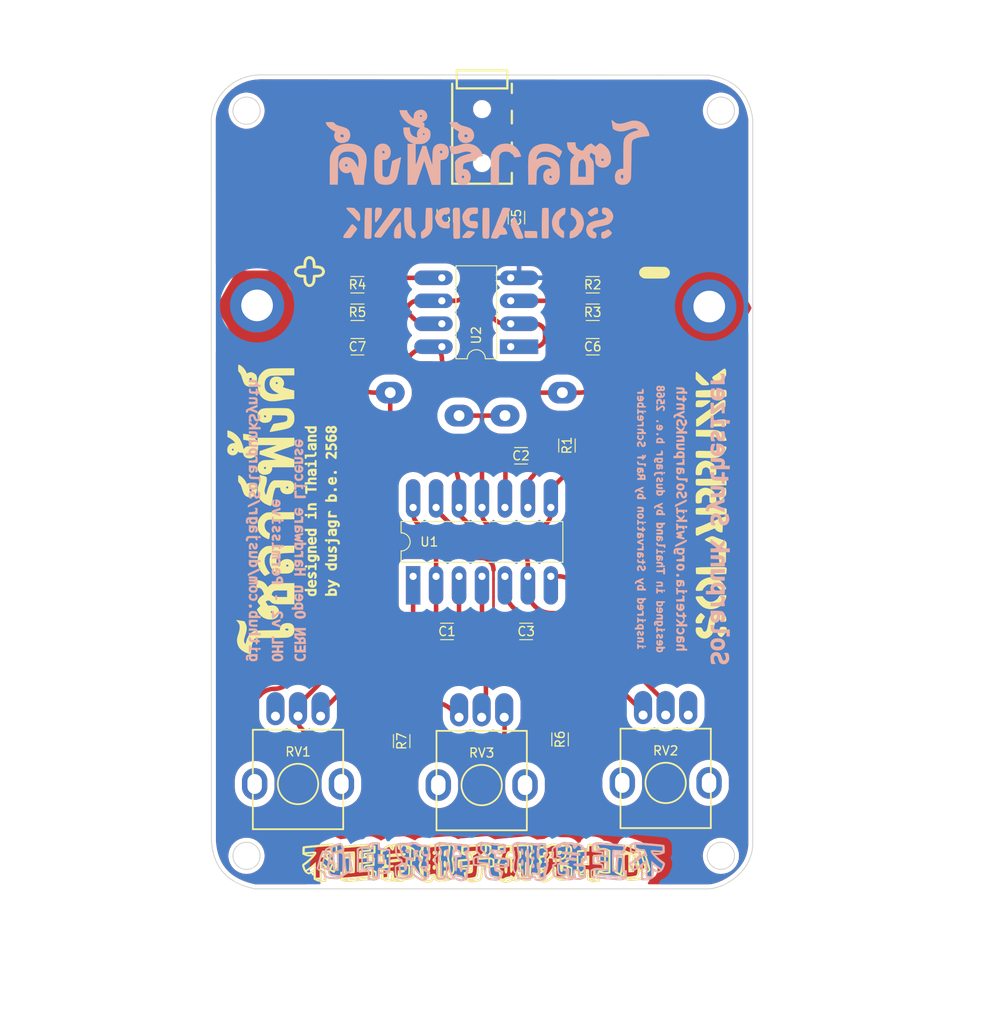
<source format=kicad_pcb>
(kicad_pcb (version 20240108) (generator "pcbnew") (generator_version "8.0")
  (layers (0 "F.Cu" signal) (31 "B.Cu" signal) (34 "B.Paste" user) (35 "F.Paste" user) (36 "B.SilkS" user "B.Silkscreen") (37 "F.SilkS" user "F.Silkscreen") (38 "B.Mask" user) (39 "F.Mask" user) (44 "Edge.Cuts" user))
  (net 0 "")
  (net 1 "Net-(C1-Pad2)")
  (net 2 "Net-(Pad1-Pin_1)")
  (net 3 "Net-(C2-Pad2)")
  (net 4 "Net-(C2-Pad1)")
  (net 5 "Net-(C3-Pad2)")
  (net 6 "Net-(Pad3-Pin_1)")
  (net 7 "GND")
  (net 9 "VCC")
  (net 10 "Net-(Pad2-Pin_1)")
  (net 11 "Net-(RV1-Pad2)")
  (net 12 "Net-(RV2-Pad2)")
  (net 14 "Net-(U2B--)")
  (net 15 "Net-(C4-Pad2)")
  (net 16 "Net-(U2A--)")
  (net 17 "Net-(C5-Pad2)")
  (net 18 "Right")
  (net 19 "Left")
  (net 20 "Net-(R7-Pad1)")
  (net 21 "Net-(U1G-GND)")
  (net 22 "Net-(U1G-VCC)")
  (footprint "007_dusjagr:R_1206_noGND" (layer "F.Cu") (at 103.055 55.88 180)
    (property "Reference" "R5")
    (property "Value" "1M")
  )
  (footprint "007_dusjagr:R_1206_noGND" (layer "F.Cu") (at 103.055 52.832)
    (property "Reference" "R4")
    (property "Value" "1M")
  )
  (footprint "007_dusjagr:R_1206_noGND" (layer "F.Cu") (at 129.09 52.832 180)
    (property "Reference" "R2")
    (property "Value" "1M")
  )
  (footprint "007_dusjagr:SolarPad_VCC" (layer "F.Cu") (at 141.986 55.245)
    (property "Reference" "J3" (hide yes))
    (property "Value" "Conn_01x01_Pin")
  )
  (footprint "007_dusjagr:SolderPad_small" (layer "F.Cu") (at 106.68 64.77)
    (property "Reference" "Pad1" (hide yes))
    (property "Value" "SP +")
  )
  (footprint "007_dusjagr:graphix_digilog" (layer "F.Cu") (at 117.031492 74.58795)
    (property "Reference" "Ref**" (hide yes))
    (property "Value" "Val**" (hide yes))
    (fp_line (start -27.75759 -41.00954) (end -27.74981 -41.16365) (stroke (width 0.1)) (layer "Edge.Cuts"))
    (fp_line (start -27.75759 41.4188) (end -27.74981 41.2647) (stroke (width 0.1)) (layer "Edge.Cuts"))
    (fp_line (start -27.74981 -41.16365) (end -27.72697 -41.31331) (stroke (width 0.1)) (layer "Edge.Cuts"))
    (fp_line (start -27.74981 -40.85543) (end -27.75759 -41.00954) (stroke (width 0.1)) (layer "Edge.Cuts"))
    (fp_line (start -27.74981 41.2647) (end -27.72697 41.115) (stroke (width 0.1)) (layer "Edge.Cuts"))
    (fp_line (start -27.74981 41.5729) (end -27.75759 41.4188) (stroke (width 0.1)) (layer "Edge.Cuts"))
    (fp_line (start -27.72697 -41.31331) (end -27.63914 -41.59623) (stroke (width 0.1)) (layer "Edge.Cuts"))
    (fp_line (start -27.72697 -40.70578) (end -27.74981 -40.85543) (stroke (width 0.1)) (layer "Edge.Cuts"))
    (fp_line (start -27.72697 41.115) (end -27.63914 40.8321) (stroke (width 0.1)) (layer "Edge.Cuts"))
    (fp_line (start -27.72697 41.7225) (end -27.74981 41.5729) (stroke (width 0.1)) (layer "Edge.Cuts"))
    (fp_line (start -27.63914 -41.59623) (end -27.50017 -41.85226) (stroke (width 0.1)) (layer "Edge.Cuts"))
    (fp_line (start -27.63914 -40.42285) (end -27.72697 -40.70578) (stroke (width 0.1)) (layer "Edge.Cuts"))
    (fp_line (start -27.63914 40.8321) (end -27.50017 40.576) (stroke (width 0.1)) (layer "Edge.Cuts"))
    (fp_line (start -27.63914 42.0055) (end -27.72697 41.7225) (stroke (width 0.1)) (layer "Edge.Cuts"))
    (fp_line (start -27.50017 -41.85226) (end -27.31612 -42.07533) (stroke (width 0.1)) (layer "Edge.Cuts"))
    (fp_line (start -27.50017 -40.16682) (end -27.63914 -40.42285) (stroke (width 0.1)) (layer "Edge.Cuts"))
    (fp_line (start -27.50017 40.576) (end -27.31612 40.353) (stroke (width 0.1)) (layer "Edge.Cuts"))
    (fp_line (start -27.50017 42.2615) (end -27.63914 42.0055) (stroke (width 0.1)) (layer "Edge.Cuts"))
    (fp_line (start -27.31612 -42.07533) (end -27.09305 -42.25938) (stroke (width 0.1)) (layer "Edge.Cuts"))
    (fp_line (start -27.31612 -39.94375) (end -27.50017 -40.16682) (stroke (width 0.1)) (layer "Edge.Cuts"))
    (fp_line (start -27.31612 40.353) (end -27.09305 40.1689) (stroke (width 0.1)) (layer "Edge.Cuts"))
    (fp_line (start -27.31612 42.4846) (end -27.50017 42.2615) (stroke (width 0.1)) (layer "Edge.Cuts"))
    (fp_line (start -27.09305 -42.25938) (end -26.83702 -42.39835) (stroke (width 0.1)) (layer "Edge.Cuts"))
    (fp_line (start -27.09305 -39.7597) (end -27.31612 -39.94375) (stroke (width 0.1)) (layer "Edge.Cuts"))
    (fp_line (start -27.09305 40.1689) (end -26.83702 40.03) (stroke (width 0.1)) (layer "Edge.Cuts"))
    (fp_line (start -27.09305 42.6686) (end -27.31612 42.4846) (stroke (width 0.1)) (layer "Edge.Cuts"))
    (fp_line (start -26.83702 -42.39835) (end -26.5541 -42.48617) (stroke (width 0.1)) (layer "Edge.Cuts"))
    (fp_line (start -26.83702 -39.62073) (end -27.09305 -39.7597) (stroke (width 0.1)) (layer "Edge.Cuts"))
    (fp_line (start -26.83702 40.03) (end -26.5541 39.9421) (stroke (width 0.1)) (layer "Edge.Cuts"))
    (fp_line (start -26.83702 42.8076) (end -27.09305 42.6686) (stroke (width 0.1)) (layer "Edge.Cuts"))
    (fp_line (start -26.5541 -42.48617) (end -26.40444 -42.50901) (stroke (width 0.1)) (layer "Edge.Cuts"))
    (fp_line (start -26.5541 -39.53291) (end -26.83702 -39.62073) (stroke (width 0.1)) (layer "Edge.Cuts"))
    (fp_line (start -26.5541 39.9421) (end -26.40444 39.9193) (stroke (width 0.1)) (layer "Edge.Cuts"))
    (fp_line (start -26.5541 42.8954) (end -26.83702 42.8076) (stroke (width 0.1)) (layer "Edge.Cuts"))
    (fp_line (start -26.40444 -42.50901) (end -26.25033 -42.5168) (stroke (width 0.1)) (layer "Edge.Cuts"))
    (fp_line (start -26.40444 -39.51007) (end -26.5541 -39.53291) (stroke (width 0.1)) (layer "Edge.Cuts"))
    (fp_line (start -26.40444 39.9193) (end -26.25033 39.9115) (stroke (width 0.1)) (layer "Edge.Cuts"))
    (fp_line (start -26.40444 42.9182) (end -26.5541 42.8954) (stroke (width 0.1)) (layer "Edge.Cuts"))
    (fp_line (start -26.25033 -42.5168) (end -25.95491 -42.48757) (stroke (width 0.1)) (layer "Edge.Cuts"))
    (fp_line (start -26.25033 -39.50229) (end -26.40444 -39.51007) (stroke (width 0.1)) (layer "Edge.Cuts"))
    (fp_line (start -26.25033 39.9115) (end -25.95491 39.9407) (stroke (width 0.1)) (layer "Edge.Cuts"))
    (fp_line (start -26.25033 42.926) (end -26.40444 42.9182) (stroke (width 0.1)) (layer "Edge.Cuts"))
    (fp_line (start -25.95491 -42.48757) (end -25.67353 -42.40206) (stroke (width 0.1)) (layer "Edge.Cuts"))
    (fp_line (start -25.95491 -39.53152) (end -26.25033 -39.50229) (stroke (width 0.1)) (layer "Edge.Cuts"))
    (fp_line (start -25.95491 39.9407) (end -25.67353 40.0262) (stroke (width 0.1)) (layer "Edge.Cuts"))
    (fp_line (start -25.95491 42.8968) (end -26.25033 42.926) (stroke (width 0.1)) (layer "Edge.Cuts"))
    (fp_line (start -25.67353 -42.40206) (end -25.41411 -42.26356) (stroke (width 0.1)) (layer "Edge.Cuts"))
    (fp_line (start -25.67353 -39.61702) (end -25.95491 -39.53152) (stroke (width 0.1)) (layer "Edge.Cuts"))
    (fp_line (start -25.67353 40.0262) (end -25.41411 40.1647) (stroke (width 0.1)) (layer "Edge.Cuts"))
    (fp_line (start -25.67353 42.8113) (end -25.95491 42.8968) (stroke (width 0.1)) (layer "Edge.Cuts"))
    (fp_line (start -25.41411 -42.26356) (end -25.18454 -42.07533) (stroke (width 0.1)) (layer "Edge.Cuts"))
    (fp_line (start -25.41411 -39.75552) (end -25.67353 -39.61702) (stroke (width 0.1)) (layer "Edge.Cuts"))
    (fp_line (start -25.41411 40.1647) (end -25.18454 40.353) (stroke (width 0.1)) (layer "Edge.Cuts"))
    (fp_line (start -25.41411 42.6728) (end -25.67353 42.8113) (stroke (width 0.1)) (layer "Edge.Cuts"))
    (fp_line (start -25.18454 -42.07533) (end -24.99631 -41.84577) (stroke (width 0.1)) (layer "Edge.Cuts"))
    (fp_line (start -25.18454 -39.94375) (end -25.41411 -39.75552) (stroke (width 0.1)) (layer "Edge.Cuts"))
    (fp_line (start -25.18454 40.353) (end -24.99631 40.5825) (stroke (width 0.1)) (layer "Edge.Cuts"))
    (fp_line (start -25.18454 42.4846) (end -25.41411 42.6728) (stroke (width 0.1)) (layer "Edge.Cuts"))
    (fp_line (start -24.99631 -41.84577) (end -24.85781 -41.58634) (stroke (width 0.1)) (layer "Edge.Cuts"))
    (fp_line (start -24.99631 -40.17332) (end -25.18454 -39.94375) (stroke (width 0.1)) (layer "Edge.Cuts"))
    (fp_line (start -24.99631 40.5825) (end -24.85781 40.842) (stroke (width 0.1)) (layer "Edge.Cuts"))
    (fp_line (start -24.99631 42.255) (end -25.18454 42.4846) (stroke (width 0.1)) (layer "Edge.Cuts"))
    (fp_line (start -24.85781 -41.58634) (end -24.77231 -41.30497) (stroke (width 0.1)) (layer "Edge.Cuts"))
    (fp_line (start -24.85781 -40.43274) (end -24.99631 -40.17332) (stroke (width 0.1)) (layer "Edge.Cuts"))
    (fp_line (start -24.85781 40.842) (end -24.77231 41.1233) (stroke (width 0.1)) (layer "Edge.Cuts"))
    (fp_line (start -24.85781 41.9956) (end -24.99631 42.255) (stroke (width 0.1)) (layer "Edge.Cuts"))
    (fp_line (start -24.77231 -41.30497) (end -24.74308 -41.00954) (stroke (width 0.1)) (layer "Edge.Cuts"))
    (fp_line (start -24.77231 -40.71412) (end -24.85781 -40.43274) (stroke (width 0.1)) (layer "Edge.Cuts"))
    (fp_line (start -24.77231 41.1233) (end -24.74308 41.4188) (stroke (width 0.1)) (layer "Edge.Cuts"))
    (fp_line (start -24.77231 41.7142) (end -24.85781 41.9956) (stroke (width 0.1)) (layer "Edge.Cuts"))
    (fp_line (start -24.74308 -41.00954) (end -24.77231 -40.71412) (stroke (width 0.1)) (layer "Edge.Cuts"))
    (fp_line (start -24.74308 -41.00954) (end -24.74308 -41.00954) (stroke (width 0.1)) (layer "Edge.Cuts"))
    (fp_line (start -24.74308 -41.00954) (end -24.74308 -41.00954) (stroke (width 0.1)) (layer "Edge.Cuts"))
    (fp_line (start -24.74308 41.4188) (end -24.77231 41.7142) (stroke (width 0.1)) (layer "Edge.Cuts"))
    (fp_line (start -24.74308 41.4188) (end -24.74308 41.4188) (stroke (width 0.1)) (layer "Edge.Cuts"))
    (fp_line (start -24.74308 41.4188) (end -24.74308 41.4188) (stroke (width 0.1)) (layer "Edge.Cuts"))
    (fp_line (start 24.7354 -41.00954) (end 24.7431 -41.16365) (stroke (width 0.1)) (layer "Edge.Cuts"))
    (fp_line (start 24.7354 41.4188) (end 24.7431 41.2647) (stroke (width 0.1)) (layer "Edge.Cuts"))
    (fp_line (start 24.7431 -41.16365) (end 24.766 -41.31331) (stroke (width 0.1)) (layer "Edge.Cuts"))
    (fp_line (start 24.7431 -40.85543) (end 24.7354 -41.00954) (stroke (width 0.1)) (layer "Edge.Cuts"))
    (fp_line (start 24.7431 41.2647) (end 24.766 41.115) (stroke (width 0.1)) (layer "Edge.Cuts"))
    (fp_line (start 24.7431 41.5729) (end 24.7354 41.4188) (stroke (width 0.1)) (layer "Edge.Cuts"))
    (fp_line (start 24.766 -41.31331) (end 24.8538 -41.59623) (stroke (width 0.1)) (layer "Edge.Cuts"))
    (fp_line (start 24.766 -40.70578) (end 24.7431 -40.85543) (stroke (width 0.1)) (layer "Edge.Cuts"))
    (fp_line (start 24.766 41.115) (end 24.8538 40.8321) (stroke (width 0.1)) (layer "Edge.Cuts"))
    (fp_line (start 24.766 41.7225) (end 24.7431 41.5729) (stroke (width 0.1)) (layer "Edge.Cuts"))
    (fp_line (start 24.8538 -41.59623) (end 24.9928 -41.85226) (stroke (width 0.1)) (layer "Edge.Cuts"))
    (fp_line (start 24.8538 -40.42285) (end 24.766 -40.70578) (stroke (width 0.1)) (layer "Edge.Cuts"))
    (fp_line (start 24.8538 40.8321) (end 24.9928 40.576) (stroke (width 0.1)) (layer "Edge.Cuts"))
    (fp_line (start 24.8538 42.0055) (end 24.766 41.7225) (stroke (width 0.1)) (layer "Edge.Cuts"))
    (fp_line (start 24.9928 -41.85226) (end 25.1768 -42.07533) (stroke (width 0.1)) (layer "Edge.Cuts"))
    (fp_line (start 24.9928 -40.16682) (end 24.8538 -40.42285) (stroke (width 0.1)) (layer "Edge.Cuts"))
    (fp_line (start 24.9928 40.576) (end 25.1768 40.353) (stroke (width 0.1)) (layer "Edge.Cuts"))
    (fp_line (start 24.9928 42.2615) (end 24.8538 42.0055) (stroke (width 0.1)) (layer "Edge.Cuts"))
    (fp_line (start 25.1768 -42.07533) (end 25.3999 -42.25938) (stroke (width 0.1)) (layer "Edge.Cuts"))
    (fp_line (start 25.1768 -39.94375) (end 24.9928 -40.16682) (stroke (width 0.1)) (layer "Edge.Cuts"))
    (fp_line (start 25.1768 40.353) (end 25.3999 40.1689) (stroke (width 0.1)) (layer "Edge.Cuts"))
    (fp_line (start 25.1768 42.4846) (end 24.9928 42.2615) (stroke (width 0.1)) (layer "Edge.Cuts"))
    (fp_line (start 25.3999 -42.25938) (end 25.6559 -42.39835) (stroke (width 0.1)) (layer "Edge.Cuts"))
    (fp_line (start 25.3999 -39.7597) (end 25.1768 -39.94375) (stroke (width 0.1)) (layer "Edge.Cuts"))
    (fp_line (start 25.3999 40.1689) (end 25.6559 40.03) (stroke (width 0.1)) (layer "Edge.Cuts"))
    (fp_line (start 25.3999 42.6686) (end 25.1768 42.4846) (stroke (width 0.1)) (layer "Edge.Cuts"))
    (fp_line (start 25.6559 -42.39835) (end 25.9388 -42.48617) (stroke (width 0.1)) (layer "Edge.Cuts"))
    (fp_line (start 25.6559 -39.62073) (end 25.3999 -39.7597) (stroke (width 0.1)) (layer "Edge.Cuts"))
    (fp_line (start 25.6559 40.03) (end 25.9388 39.9421) (stroke (width 0.1)) (layer "Edge.Cuts"))
    (fp_line (start 25.6559 42.8076) (end 25.3999 42.6686) (stroke (width 0.1)) (layer "Edge.Cuts"))
    (fp_line (start 25.9388 -42.48617) (end 26.0885 -42.50901) (stroke (width 0.1)) (layer "Edge.Cuts"))
    (fp_line (start 25.9388 -39.53291) (end 25.6559 -39.62073) (stroke (width 0.1)) (layer "Edge.Cuts"))
    (fp_line (start 25.9388 39.9421) (end 26.0885 39.9193) (stroke (width 0.1)) (layer "Edge.Cuts"))
    (fp_line (start 25.9388 42.8954) (end 25.6559 42.8076) (stroke (width 0.1)) (layer "Edge.Cuts"))
    (fp_line (start 26.0885 -42.50901) (end 26.2426 -42.5168) (stroke (width 0.1)) (layer "Edge.Cuts"))
    (fp_line (start 26.0885 -39.51007) (end 25.9388 -39.53291) (stroke (width 0.1)) (layer "Edge.Cuts"))
    (fp_line (start 26.0885 39.9193) (end 26.2426 39.9115) (stroke (width 0.1)) (layer "Edge.Cuts"))
    (fp_line (start 26.0885 42.9182) (end 25.9388 42.8954) (stroke (width 0.1)) (layer "Edge.Cuts"))
    (fp_line (start 26.2426 -42.5168) (end 26.3967 -42.50901) (stroke (width 0.1)) (layer "Edge.Cuts"))
    (fp_line (start 26.2426 -39.50229) (end 26.0885 -39.51007) (stroke (width 0.1)) (layer "Edge.Cuts"))
    (fp_line (start 26.2426 39.9115) (end 26.3967 39.9193) (stroke (width 0.1)) (layer "Edge.Cuts"))
    (fp_line (start 26.2426 42.926) (end 26.0885 42.9182) (stroke (width 0.1)) (layer "Edge.Cuts"))
    (fp_line (start 26.3967 -42.50901) (end 26.5464 -42.48617) (stroke (width 0.1)) (layer "Edge.Cuts"))
    (fp_line (start 26.3967 39.9193) (end 26.5464 39.9421) (stroke (width 0.1)) (layer "Edge.Cuts"))
    (fp_line (start 26.538 -39.53152) (end 26.2426 -39.50229) (stroke (width 0.1)) (layer "Edge.Cuts"))
    (fp_line (start 26.538 42.8968) (end 26.2426 42.926) (stroke (width 0.1)) (layer "Edge.Cuts"))
    (fp_line (start 26.5464 -42.48617) (end 26.8293 -42.39835) (stroke (width 0.1)) (layer "Edge.Cuts"))
    (fp_line (start 26.5464 39.9421) (end 26.8293 40.03) (stroke (width 0.1)) (layer "Edge.Cuts"))
    (fp_line (start 26.8194 -39.61702) (end 26.538 -39.53152) (stroke (width 0.1)) (layer "Edge.Cuts"))
    (fp_line (start 26.8194 42.8113) (end 26.538 42.8968) (stroke (width 0.1)) (layer "Edge.Cuts"))
    (fp_line (start 26.8293 -42.39835) (end 27.0853 -42.25938) (stroke (width 0.1)) (layer "Edge.Cuts"))
    (fp_line (start 26.8293 40.03) (end 27.0853 40.1689) (stroke (width 0.1)) (layer "Edge.Cuts"))
    (fp_line (start 27.0788 -39.75552) (end 26.8194 -39.61702) (stroke (width 0.1)) (layer "Edge.Cuts"))
    (fp_line (start 27.0788 42.6728) (end 26.8194 42.8113) (stroke (width 0.1)) (layer "Edge.Cuts"))
    (fp_line (start 27.0853 -42.25938) (end 27.3084 -42.07533) (stroke (width 0.1)) (layer "Edge.Cuts"))
    (fp_line (start 27.0853 40.1689) (end 27.3084 40.353) (stroke (width 0.1)) (layer "Edge.Cuts"))
    (fp_line (start 27.3084 -42.07533) (end 27.4924 -41.85226) (stroke (width 0.1)) (layer "Edge.Cuts"))
    (fp_line (start 27.3084 -39.94375) (end 27.0788 -39.75552) (stroke (width 0.1)) (layer "Edge.Cuts"))
    (fp_line (start 27.3084 40.353) (end 27.4924 40.576) (stroke (width 0.1)) (layer "Edge.Cuts"))
    (fp_line (start 27.3084 42.4846) (end 27.0788 42.6728) (stroke (width 0.1)) (layer "Edge.Cuts"))
    (fp_line (start 27.4924 -41.85226) (end 27.6314 -41.59623) (stroke (width 0.1)) (layer "Edge.Cuts"))
    (fp_line (start 27.4924 40.576) (end 27.6314 40.8321) (stroke (width 0.1)) (layer "Edge.Cuts"))
    (fp_line (start 27.4966 -40.17332) (end 27.3084 -39.94375) (stroke (width 0.1)) (layer "Edge.Cuts"))
    (fp_line (start 27.4966 42.255) (end 27.3084 42.4846) (stroke (width 0.1)) (layer "Edge.Cuts"))
    (fp_line (start 27.6314 -41.59623) (end 27.7192 -41.31331) (stroke (width 0.1)) (layer "Edge.Cuts"))
    (fp_line (start 27.6314 40.8321) (end 27.7192 41.115) (stroke (width 0.1)) (layer "Edge.Cuts"))
    (fp_line (start 27.6351 -40.43274) (end 27.4966 -40.17332) (stroke (width 0.1)) (layer "Edge.Cuts"))
    (fp_line (start 27.6351 41.9956) (end 27.4966 42.255) (stroke (width 0.1)) (layer "Edge.Cuts"))
    (fp_line (start 27.7192 -41.31331) (end 27.7421 -41.16365) (stroke (width 0.1)) (layer "Edge.Cuts"))
    (fp_line (start 27.7192 41.115) (end 27.7421 41.2647) (stroke (width 0.1)) (layer "Edge.Cuts"))
    (fp_line (start 27.7206 -40.71412) (end 27.6351 -40.43274) (stroke (width 0.1)) (layer "Edge.Cuts"))
    (fp_line (start 27.7206 41.7142) (end 27.6351 41.9956) (stroke (width 0.1)) (layer "Edge.Cuts"))
    (fp_line (start 27.7421 -41.16365) (end 27.7499 -41.00954) (stroke (width 0.1)) (layer "Edge.Cuts"))
    (fp_line (start 27.7421 41.2647) (end 27.7499 41.4188) (stroke (width 0.1)) (layer "Edge.Cuts"))
    (fp_line (start 27.7499 -41.00954) (end 27.7206 -40.71412) (stroke (width 0.1)) (layer "Edge.Cuts"))
    (fp_line (start 27.7499 -41.00954) (end 27.7499 -41.00954) (stroke (width 0.1)) (layer "Edge.Cuts"))
    (fp_line (start 27.7499 -41.00954) (end 27.7499 -41.00954) (stroke (width 0.1)) (layer "Edge.Cuts"))
    (fp_line (start 27.7499 41.4188) (end 27.7206 41.7142) (stroke (width 0.1)) (layer "Edge.Cuts"))
    (fp_line (start 27.7499 41.4188) (end 27.7499 41.4188) (stroke (width 0.1)) (layer "Edge.Cuts"))
    (fp_line (start 27.7499 41.4188) (end 27.7499 41.4188) (stroke (width 0.1)) (layer "Edge.Cuts"))
  )
  (footprint "007_dusjagr:C_1210_noGND" (layer "F.Cu") (at 112.776 45.212 90)
    (property "Reference" "C4")
    (property "Value" "C_Polarized")
  )
  (footprint "007_dusjagr:R_1206_noGND" (layer "F.Cu") (at 129.09 55.88)
    (property "Reference" "R3")
    (property "Value" "1M")
  )
  (footprint "007_dusjagr:R_1206_noGND" (layer "F.Cu") (at 126.238 70.612 90)
    (property "Reference" "R1")
    (property "Value" "10k")
  )
  (footprint "007_dusjagr:board_digilog" (layer "F.Cu") (at 116.986149 74.422)
    (property "Reference" "edge1" (hide yes))
    (property "Value" "5VBoard" (hide yes))
    (fp_line (start -30.105098 -39.93491) (end -30.093348 39.8622) (stroke (width 0.1)) (layer "Edge.Cuts"))
    (fp_line (start -30.093348 39.8622) (end -30.093348 39.8622) (stroke (width 0.1)) (layer "Edge.Cuts"))
    (fp_line (start -30.093348 39.8622) (end -30.039017 40.4522) (stroke (width 0.1)) (layer "Edge.Cuts"))
    (fp_line (start -30.051247 -40.36629) (end -30.105098 -39.93491) (stroke (width 0.1)) (layer "Edge.Cuts"))
    (fp_line (start -30.039017 40.4522) (end -29.947 41.0035) (stroke (width 0.1)) (layer "Edge.Cuts"))
    (fp_line (start -29.95482 -40.79946) (end -30.051247 -40.36629) (stroke (width 0.1)) (layer "Edge.Cuts"))
    (fp_line (start -29.947 41.0035) (end -29.81829 41.5172) (stroke (width 0.1)) (layer "Edge.Cuts"))
    (fp_line (start -29.81829 41.5172) (end -29.65389 41.9943) (stroke (width 0.1)) (layer "Edge.Cuts"))
    (fp_line (start -29.81684 -41.23042) (end -29.95482 -40.79946) (stroke (width 0.1)) (layer "Edge.Cuts"))
    (fp_line (start -29.65389 41.9943) (end -29.45479 42.4358) (stroke (width 0.1)) (layer "Edge.Cuts"))
    (fp_line (start -29.63831 -41.65514) (end -29.81684 -41.23042) (stroke (width 0.1)) (layer "Edge.Cuts"))
    (fp_line (start -29.45479 42.4358) (end -29.222 42.8427) (stroke (width 0.1)) (layer "Edge.Cuts"))
    (fp_line (start -29.42027 -42.06964) (end -29.63831 -41.65514) (stroke (width 0.1)) (layer "Edge.Cuts"))
    (fp_line (start -29.222 42.8427) (end -28.95652 43.2161) (stroke (width 0.1)) (layer "Edge.Cuts"))
    (fp_line (start -29.16371 -42.46989) (end -29.42027 -42.06964) (stroke (width 0.1)) (layer "Edge.Cuts"))
    (fp_line (start -28.95652 43.2161) (end -28.65934 43.557) (stroke (width 0.1)) (layer "Edge.Cuts"))
    (fp_line (start -28.86967 -42.85189) (end -29.16371 -42.46989) (stroke (width 0.1)) (layer "Edge.Cuts"))
    (fp_line (start -28.65934 43.557) (end -28.33146 43.8665) (stroke (width 0.1)) (layer "Edge.Cuts"))
    (fp_line (start -28.53915 -43.21164) (end -28.86967 -42.85189) (stroke (width 0.1)) (layer "Edge.Cuts"))
    (fp_line (start -28.33146 43.8665) (end -27.97388 44.1454) (stroke (width 0.1)) (layer "Edge.Cuts"))
    (fp_line (start -28.17318 -43.54511) (end -28.53915 -43.21164) (stroke (width 0.1)) (layer "Edge.Cuts"))
    (fp_line (start -27.97388 44.1454) (end -27.5876 44.3949) (stroke (width 0.1)) (layer "Edge.Cuts"))
    (fp_line (start -27.77277 -43.84831) (end -28.17318 -43.54511) (stroke (width 0.1)) (layer "Edge.Cuts"))
    (fp_line (start -27.5876 44.3949) (end -27.17362 44.6161) (stroke (width 0.1)) (layer "Edge.Cuts"))
    (fp_line (start -27.33893 -44.11723) (end -27.77277 -43.84831) (stroke (width 0.1)) (layer "Edge.Cuts"))
    (fp_line (start -27.17362 44.6161) (end -26.73293 44.8098) (stroke (width 0.1)) (layer "Edge.Cuts"))
    (fp_line (start -26.87269 -44.34786) (end -27.33893 -44.11723) (stroke (width 0.1)) (layer "Edge.Cuts"))
    (fp_line (start -26.73293 44.8098) (end -26.26654 44.9772) (stroke (width 0.1)) (layer "Edge.Cuts"))
    (fp_line (start -26.37506 -44.53619) (end -26.87269 -44.34786) (stroke (width 0.1)) (layer "Edge.Cuts"))
    (fp_line (start -26.26654 44.9772) (end -25.77544 45.1192) (stroke (width 0.1)) (layer "Edge.Cuts"))
    (fp_line (start -25.84706 -44.67821) (end -26.37506 -44.53619) (stroke (width 0.1)) (layer "Edge.Cuts"))
    (fp_line (start -25.77544 45.1192) (end -25.26063 45.2369) (stroke (width 0.1)) (layer "Edge.Cuts"))
    (fp_line (start -25.2897 -44.76992) (end -25.84706 -44.67821) (stroke (width 0.1)) (layer "Edge.Cuts"))
    (fp_line (start -25.26063 45.2369) (end 24.9684 45.2369) (stroke (width 0.1)) (layer "Edge.Cuts"))
    (fp_line (start -24.70401 -44.8073) (end -25.2897 -44.76992) (stroke (width 0.1)) (layer "Edge.Cuts"))
    (fp_line (start 24.9684 -44.77938) (end -24.70401 -44.8073) (stroke (width 0.1)) (layer "Edge.Cuts"))
    (fp_line (start 24.9684 45.2369) (end 25.2421 45.2117) (stroke (width 0.1)) (layer "Edge.Cuts"))
    (fp_line (start 25.2421 45.2117) (end 25.5547 45.152) (stroke (width 0.1)) (layer "Edge.Cuts"))
    (fp_line (start 25.5547 45.152) (end 25.8987 45.0575) (stroke (width 0.1)) (layer "Edge.Cuts"))
    (fp_line (start 25.5721 -44.66402) (end 24.9684 -44.77938) (stroke (width 0.1)) (layer "Edge.Cuts"))
    (fp_line (start 25.8987 45.0575) (end 26.2665 44.9275) (stroke (width 0.1)) (layer "Edge.Cuts"))
    (fp_line (start 26.126 -44.51424) (end 25.5721 -44.66402) (stroke (width 0.1)) (layer "Edge.Cuts"))
    (fp_line (start 26.2665 44.9275) (end 26.6506 44.7614) (stroke (width 0.1)) (layer "Edge.Cuts"))
    (fp_line (start 26.6324 -44.33206) (end 26.126 -44.51424) (stroke (width 0.1)) (layer "Edge.Cuts"))
    (fp_line (start 26.6506 44.7614) (end 27.0437 44.5586) (stroke (width 0.1)) (layer "Edge.Cuts"))
    (fp_line (start 27.0437 44.5586) (end 27.4381 44.3187) (stroke (width 0.1)) (layer "Edge.Cuts"))
    (fp_line (start 27.0932 -44.11951) (end 26.6324 -44.33206) (stroke (width 0.1)) (layer "Edge.Cuts"))
    (fp_line (start 27.4381 44.3187) (end 27.8263 44.0411) (stroke (width 0.1)) (layer "Edge.Cuts"))
    (fp_line (start 27.5105 -43.8786) (end 27.0932 -44.11951) (stroke (width 0.1)) (layer "Edge.Cuts"))
    (fp_line (start 27.8263 44.0411) (end 28.201 43.7251) (stroke (width 0.1)) (layer "Edge.Cuts"))
    (fp_line (start 27.8862 -43.61136) (end 27.5105 -43.8786) (stroke (width 0.1)) (layer "Edge.Cuts"))
    (fp_line (start 28.201 43.7251) (end 28.5545 43.3702) (stroke (width 0.1)) (layer "Edge.Cuts"))
    (fp_line (start 28.2226 -43.3198) (end 27.8862 -43.61136) (stroke (width 0.1)) (layer "Edge.Cuts"))
    (fp_line (start 28.5215 -43.00594) (end 28.2226 -43.3198) (stroke (width 0.1)) (layer "Edge.Cuts"))
    (fp_line (start 28.5545 43.3702) (end 28.8795 42.9758) (stroke (width 0.1)) (layer "Edge.Cuts"))
    (fp_line (start 28.7852 -42.67181) (end 28.5215 -43.00594) (stroke (width 0.1)) (layer "Edge.Cuts"))
    (fp_line (start 28.8795 42.9758) (end 29.1683 42.5415) (stroke (width 0.1)) (layer "Edge.Cuts"))
    (fp_line (start 29.0155 -42.31942) (end 28.7852 -42.67181) (stroke (width 0.1)) (layer "Edge.Cuts"))
    (fp_line (start 29.1683 42.5415) (end 29.2969 42.3091) (stroke (width 0.1)) (layer "Edge.Cuts"))
    (fp_line (start 29.2145 -41.95081) (end 29.0155 -42.31942) (stroke (width 0.1)) (layer "Edge.Cuts"))
    (fp_line (start 29.2969 42.3091) (end 29.4136 42.0665) (stroke (width 0.1)) (layer "Edge.Cuts"))
    (fp_line (start 29.3844 -41.56797) (end 29.2145 -41.95081) (stroke (width 0.1)) (layer "Edge.Cuts"))
    (fp_line (start 29.4136 42.0665) (end 29.5175 41.8137) (stroke (width 0.1)) (layer "Edge.Cuts"))
    (fp_line (start 29.5175 41.8137) (end 29.6077 41.5504) (stroke (width 0.1)) (layer "Edge.Cuts"))
    (fp_line (start 29.5271 -41.17295) (end 29.3844 -41.56797) (stroke (width 0.1)) (layer "Edge.Cuts"))
    (fp_line (start 29.6077 41.5504) (end 29.6833 41.2768) (stroke (width 0.1)) (layer "Edge.Cuts"))
    (fp_line (start 29.6447 -40.76775) (end 29.5271 -41.17295) (stroke (width 0.1)) (layer "Edge.Cuts"))
    (fp_line (start 29.6833 41.2768) (end 29.7433 40.9926) (stroke (width 0.1)) (layer "Edge.Cuts"))
    (fp_line (start 29.7393 -40.35439) (end 29.6447 -40.76775) (stroke (width 0.1)) (layer "Edge.Cuts"))
    (fp_line (start 29.7433 40.9926) (end 29.7868 40.6979) (stroke (width 0.1)) (layer "Edge.Cuts"))
    (fp_line (start 29.7868 40.6979) (end 29.8128 40.3925) (stroke (width 0.1)) (layer "Edge.Cuts"))
    (fp_line (start 29.8128 -39.93491) (end 29.7393 -40.35439) (stroke (width 0.1)) (layer "Edge.Cuts"))
    (fp_line (start 29.8128 40.3925) (end 29.8128 -39.93491) (stroke (width 0.1)) (layer "Edge.Cuts"))
  )
  (footprint "007_dusjagr:C_1210_noGND" (layer "F.Cu") (at 103.055 59.69)
    (property "Reference" "C7")
    (property "Value" "100nF")
  )
  (footprint "007_dusjagr:SolarPad_VCC" (layer "F.Cu") (at 91.948 55.118)
    (property "Reference" "J2" (hide yes))
    (property "Value" "Conn_01x01_Pin")
  )
  (footprint "007_dusjagr:DIP-8_W7.62mm_LongerPads" (layer "F.Cu") (at 120.015 59.69 180)
    (property "Reference" "U2")
    (property "Value" "MCP6002-xMC")
  )
  (footprint "007_dusjagr:C_1210_noGND" (layer "F.Cu") (at 121.724 91.186)
    (property "Reference" "C3")
    (property "Value" "1-10uF")
  )
  (footprint "007_dusjagr:AUDIO-JACK-3.5mm_SMD_Hole" (layer "F.Cu") (at 116.84 30.099 -90)
    (property "Reference" "J1")
    (property "Value" "OutputJack1")
  )
  (footprint "007_dusjagr:Piezo_20mm" (layer "F.Cu") (at 98.552 40.894)
    (property "Reference" "P1" (hide yes))
    (property "Value" "PiezoDisc")
  )
  (footprint "007_dusjagr:C_1210_noGND" (layer "F.Cu") (at 121.153 71.755)
    (property "Reference" "C2")
    (property "Value" "1-10uF")
  )
  (footprint "007_dusjagr:RD901F-ALPHA-3D_longpads" (layer "F.Cu") (at 137.16 107.94 180)
    (property "Reference" "RV2")
    (property "Value" "100k")
  )
  (footprint "007_dusjagr:R_1206_noGND" (layer "F.Cu") (at 107.95 103.32 -90)
    (property "Reference" "R7")
    (property "Value" "22k")
  )
  (footprint "007_dusjagr:SolderPad_small" (layer "F.Cu") (at 125.73 64.77)
    (property "Reference" "Pad3" (hide yes))
    (property "Value" "SP +")
  )
  (footprint "007_dusjagr:C_1210_noGND" (layer "F.Cu") (at 120.65 45.408 90)
    (property "Reference" "C5")
    (property "Value" "C_Polarized")
  )
  (footprint "007_dusjagr:C_1210_noGND" (layer "F.Cu") (at 112.967 91.186)
    (property "Reference" "C1")
    (property "Value" "1-10uF")
  )
  (footprint "007_dusjagr:DIP-14_W7.62mm_LongerPads" (layer "F.Cu") (at 109.215 85.09 90)
    (property "Reference" "U1")
    (property "Value" "74HC14")
  )
  (footprint "007_dusjagr:RD901F-ALPHA-3D_longpads" (layer "F.Cu") (at 116.8 108.18 180)
    (property "Reference" "RV3")
    (property "Value" "100k")
  )
  (footprint "007_dusjagr:RD901F-ALPHA-3D_longpads" (layer "F.Cu") (at 96.48 108.06 180)
    (property "Reference" "RV1")
    (property "Value" "100k")
  )
  (footprint "007_dusjagr:R_1206_noGND" (layer "F.Cu") (at 125.476 103.124 90)
    (property "Reference" "R6")
    (property "Value" "10k")
  )
  (footprint "007_dusjagr:SolderPad_small" (layer "F.Cu") (at 119.38 67.31)
    (property "Reference" "Pad4" (hide yes))
    (property "Value" "SP - b")
  )
  (footprint "007_dusjagr:SolderPad_small" (layer "F.Cu") (at 114.3 67.31)
    (property "Reference" "Pad2" (hide yes))
    (property "Value" "SP - b")
  )
  (footprint "007_dusjagr:Piezo_20mm" (layer "F.Cu") (at 136.398 40.894)
    (property "Reference" "P2" (hide yes))
    (property "Value" "PiezoDisc")
  )
  (footprint "007_dusjagr:C_1210_noGND" (layer "F.Cu") (at 129.09 59.69 180)
    (property "Reference" "C6")
    (property "Value" "100nF")
  )
  (footprint "007_dusjagr:back_graphix_digilog" (layer "B.Cu") (at 116.986149 74.422 180)
    (property "Reference" "Ref**" (hide yes))
    (property "Value" "Val**" (hide yes))
  )
  (segment (start 114.295 88.876814) (end 114.295 85.09) (width 0.5) (layer "F.Cu") (net 1))
  (segment (start 114.687 90.151046) (end 114.687 91.083954) (width 0.5) (layer "F.Cu") (net 1))
  (segment (start 114.687 90.151046) (end 114.687 89.684592) (width 0.5) (layer "F.Cu") (net 1))
  (segment (start 114.687 91.083954) (end 114.687 91.7545) (width 0.5) (layer "F.Cu") (net 1))
  (segment (start 114.285009 92.72499) (end 113.7315 93.2785) (width 0.5) (layer "F.Cu") (net 1))
  (segment (start 114.491 89.35) (end 114.589 89.448) (width 0.5) (layer "F.Cu") (net 1))
  (segment (start 99.584673 99.551326) (end 102.511309 96.62469) (width 0.5) (layer "F.Cu") (net 1))
  (segment (start 111.424718 94.234) (end 108.282947 94.234) (width 0.5) (layer "F.Cu") (net 1))
  (arc (start 114.285009 92.72499) (mid 114.582525 92.279725) (end 114.687 91.7545) (width 0.5) (layer "F.Cu") (net 1))
  (arc (start 114.491 89.35) (mid 114.345938 89.1329) (end 114.295 88.876814) (width 0.5) (layer "F.Cu") (net 1))
  (arc (start 114.589 89.448) (mid 114.66153 89.556549) (end 114.687 89.684592) (width 0.5) (layer "F.Cu") (net 1))
  (arc (start 111.424718 94.234) (mid 112.673139 93.985673) (end 113.7315 93.2785) (width 0.5) (layer "F.Cu") (net 1))
  (arc (start 99.584673 99.551326) (mid 99.196358 100.132481) (end 99.06 100.818) (width 0.5) (layer "F.Cu") (net 1))
  (arc (start 108.282947 94.234) (mid 105.159359 94.85532) (end 102.511309 96.62469) (width 0.5) (layer "F.Cu") (net 1))
  (segment (start 111.755 85.006655) (end 111.755 85.030468) (width 0.5) (layer "F.Cu") (net 2))
  (segment (start 111.755 84.226795) (end 111.755 84.262514) (width 0.5) (layer "F.Cu") (net 2))
  (segment (start 109.03578 81.28) (end 109.595509 81.28) (width 0.5) (layer "F.Cu") (net 2))
  (segment (start 111.755 84.959031) (end 111.755 84.982843) (width 0.5) (layer "F.Cu") (net 2))
  (segment (start 111.755 84.494686) (end 111.755 84.566125) (width 0.5) (layer "F.Cu") (net 2))
  (segment (start 111.755 84.982843) (end 111.755 85.006655) (width 0.5) (layer "F.Cu") (net 2))
  (segment (start 111.755 84.351811) (end 111.755 84.298233) (width 0.5) (layer "F.Cu") (net 2))
  (segment (start 111.755 85.042375) (end 111.755 85.030468) (width 0.5) (layer "F.Cu") (net 2))
  (segment (start 111.374 89.535) (end 111.501 89.408) (width 0.5) (layer "F.Cu") (net 2))
  (segment (start 106.68 64.77) (end 106.68 78.213949) (width 0.5) (layer "F.Cu") (net 2))
  (segment (start 111.755 84.351811) (end 111.755 84.494686) (width 0.5) (layer "F.Cu") (net 2))
  (segment (start 111.755 85.042375) (end 111.755 83.43949) (width 0.5) (layer "F.Cu") (net 2))
  (segment (start 102.36384 63.62884) (end 102.42 63.685) (width 0.5) (layer "F.Cu") (net 2))
  (segment (start 111.755 84.262514) (end 111.755 84.298233) (width 0.5) (layer "F.Cu") (net 2))
  (segment (start 107.578025 80.381974) (end 108.080262 80.884211) (width 0.5) (layer "F.Cu") (net 2))
  (segment (start 111.755 84.155359) (end 111.755 84.191077) (width 0.5) (layer "F.Cu") (net 2))
  (segment (start 111.755 84.155359) (end 111.755 84.1375) (width 0.5) (layer "F.Cu") (net 2))
  (segment (start 111.755 84.959031) (end 111.755 84.947125) (width 0.5) (layer "F.Cu") (net 2))
  (segment (start 111.755 85.18525) (end 111.755 85.09) (width 0.5) (layer "F.Cu") (net 2))
  (segment (start 101.335 61.145) (end 101.335 59.69) (width 0.5) (layer "F.Cu") (net 2))
  (segment (start 105.039421 64.77) (end 106.68 64.77) (width 0.5) (layer "F.Cu") (net 2))
  (segment (start 111.755 85.042375) (end 111.755 85.09) (width 0.5) (layer "F.Cu") (net 2))
  (segment (start 111.755 85.042375) (end 111.755 85.09) (width 0.5) (layer "F.Cu") (net 2))
  (segment (start 111.755 84.226795) (end 111.755 84.191077) (width 0.5) (layer "F.Cu") (net 2))
  (segment (start 111.755 85.09) (end 111.755 85.18525) (width 0.5) (layer "F.Cu") (net 2))
  (segment (start 111.755 88.794789) (end 111.755 85.18525) (width 0.5) (layer "F.Cu") (net 2))
  (segment (start 111.247 89.841605) (end 111.247 91.186) (width 0.5) (layer "F.Cu") (net 2))
  (arc (start 105.039421 64.77) (mid 103.6218 64.488017) (end 102.42 63.685) (width 0.5) (layer "F.Cu") (net 2))
  (arc (start 111.755 85.042375) (mid 111.755 85.042375) (end 111.755 85.042375) (width 0.5) (layer "F.Cu") (net 2))
  (arc (start 101.335 61.145) (mid 101.602386 62.489244) (end 102.36384 63.62884) (width 0.5) (layer "F.Cu") (net 2))
  (arc (start 111.374 89.535) (mid 111.280006 89.675671) (end 111.247 89.841605) (width 0.5) (layer "F.Cu") (net 2))
  (arc (start 109.03578 81.28) (mid 108.518657 81.177137) (end 108.080262 80.884211) (width 0.5) (layer "F.Cu") (net 2))
  (arc (start 111.755 85.09) (mid 111.755 85.09) (end 111.755 85.09) (width 0.5) (layer "F.Cu") (net 2))
  (arc (start 111.755 88.794789) (mid 111.688987 89.126656) (end 111.501 89.408) (width 0.5) (layer "F.Cu") (net 2))
  (arc (start 109.595509 81.28) (mid 110.42191 81.444381) (end 111.1225 81.9125) (width 0.5) (layer "F.Cu") (net 2))
  (arc (start 111.1225 81.9125) (mid 111.590618 82.613088) (end 111.755 83.43949) (width 0.5) (layer "F.Cu") (net 2))
  (arc (start 107.578025 80.381974) (mid 106.913389 79.387275) (end 106.68 78.213949) (width 0.5) (layer "F.Cu") (net 2))
  (segment (start 121.915 75.226408) (end 121.915 77.47) (width 0.5) (layer "F.Cu") (net 3))
  (segment (start 122.873 71.755) (end 122.873 70.634956) (width 0.5) (layer "F.Cu") (net 3))
  (segment (start 122.873 71.755) (end 122.873 72.913591) (width 0.5) (layer "F.Cu") (net 3))
  (segment (start 124.615956 68.892) (end 126.238 68.892) (width 0.5) (layer "F.Cu") (net 3))
  (arc (start 124.615956 68.892) (mid 123.948955 69.024674) (end 123.3835 69.4025) (width 0.5) (layer "F.Cu") (net 3))
  (arc (start 122.394 74.07) (mid 122.748511 73.539435) (end 122.873 72.913591) (width 0.5) (layer "F.Cu") (net 3))
  (arc (start 122.873 70.634956) (mid 123.005674 69.967955) (end 123.3835 69.4025) (width 0.5) (layer "F.Cu") (net 3))
  (arc (start 121.915 75.226408) (mid 122.039488 74.600564) (end 122.394 74.07) (width 0.5) (layer "F.Cu") (net 3))
  (segment (start 119.404 77.441) (end 119.375 77.47) (width 0.5) (layer "F.Cu") (net 4))
  (segment (start 119.433 77.370987) (end 119.433 71.755) (width 0.5) (layer "F.Cu") (net 4))
  (arc (start 119.433 77.370987) (mid 119.425463 77.408877) (end 119.404 77.441) (width 0.5) (layer "F.Cu") (net 4))
  (segment (start 121.486394 89.736394) (end 120.271257 88.521257) (width 0.5) (layer "F.Cu") (net 5))
  (segment (start 124.587 91.186) (end 123.698 91.186) (width 0.5) (layer "F.Cu") (net 5))
  (segment (start 123.698 91.186) (end 123.19 91.186) (width 0.5) (layer "F.Cu") (net 5))
  (segment (start 122.936 91.186) (end 123.19 91.186) (width 0.5) (layer "F.Cu") (net 5))
  (segment (start 121.845605 90.603605) (end 122.068789 90.826789) (width 0.5) (layer "F.Cu") (net 5))
  (segment (start 119.375 86.3575) (end 119.375 85.09) (width 0.5) (layer "F.Cu") (net 5))
  (segment (start 126.538223 91.994223) (end 134.231895 99.687895) (width 0.5) (layer "F.Cu") (net 5))
  (arc (start 121.845605 90.603605) (mid 121.712677 90.404665) (end 121.666 90.17) (width 0.5) (layer "F.Cu") (net 5))
  (arc (start 119.375 86.3575) (mid 119.607929 87.528517) (end 120.271257 88.521257) (width 0.5) (layer "F.Cu") (net 5))
  (arc (start 121.486394 89.736394) (mid 121.619321 89.935334) (end 121.666 90.17) (width 0.5) (layer "F.Cu") (net 5))
  (arc (start 122.936 91.186) (mid 122.466669 91.092644) (end 122.068789 90.826789) (width 0.5) (layer "F.Cu") (net 5))
  (arc (start 126.538223 91.994223) (mid 125.642994 91.39605) (end 124.587 91.186) (width 0.5) (layer "F.Cu") (net 5))
  (arc (start 134.231895 99.687895) (mid 134.578343 100.206391) (end 134.7 100.818) (width 0.5) (layer "F.Cu") (net 5))
  (segment (start 111.125 65.854012) (end 111.125 67.6275) (width 0.5) (layer "F.Cu") (net 6))
  (segment (start 114.295 77.8485) (end 114.295 75.245) (width 0.5) (layer "F.Cu") (net 6))
  (segment (start 123.19 104.678815) (end 123.19 104.945579) (width 0.5) (layer "F.Cu") (net 6))
  (segment (start 127.635 101.426776) (end 127.635 95.885) (width 0.5) (layer "F.Cu") (net 6))
  (segment (start 120.835 93.149) (end 120.404222 92.718222) (width 0.5) (layer "F.Cu") (net 6))
  (segment (start 112.721687 71.446687) (end 112.696544 71.421544) (width 0.5) (layer "F.Cu") (net 6))
  (segment (start 122.095052 80.772) (end 118.639586 80.772) (width 0.5) (layer "F.Cu") (net 6))
  (segment (start 141.778223 94.788223) (end 142.24 95.25) (width 0.5) (layer "F.Cu") (net 6))
  (segment (start 141.341974 104.14) (end 131.33605 104.14) (width 0.5) (layer "F.Cu") (net 6))
  (segment (start 127.86669 83.16269) (end 137.875776 93.171776) (width 0.5) (layer "F.Cu") (net 6))
  (segment (start 125.73 64.77) (end 112.209012 64.77) (width 0.5) (layer "F.Cu") (net 6))
  (segment (start 143.51 101.971974) (end 143.51 98.316051) (width 0.5) (layer "F.Cu") (net 6))
  (segment (start 126.461184 106.68) (end 124.92442 106.68) (width 0.5) (layer "F.Cu") (net 6))
  (segment (start 120.004 91.752) (end 120.004 91.186) (width 0.5) (layer "F.Cu") (net 6))
  (segment (start 122.841211 93.98) (end 125.466974 93.98) (width 0.5) (layer "F.Cu") (net 6))
  (segment (start 125.683776 103.378) (end 124.490815 103.378) (width 0.5) (layer "F.Cu") (net 6))
  (segment (start 127 94.615) (end 127.185987 94.800987) (width 0.5) (layer "F.Cu") (net 6))
  (segment (start 125.73 64.77) (end 127.557961 64.77) (width 0.5) (layer "F.Cu") (net 6))
  (segment (start 130.81 61.517961) (end 130.81 59.69) (width 0.5) (layer "F.Cu") (net 6))
  (segment (start 128.300815 105.918) (end 129.189815 105.029) (width 0.5) (layer "F.Cu") (net 6))
  (segment (start 114.562639 78.494639) (end 115.5675 79.4995) (width 0.5) (layer "F.Cu") (net 6))
  (arc (start 111.4425 65.0875) (mid 111.794178 64.852515) (end 112.209012 64.77) (width 0.5) (layer "F.Cu") (net 6))
  (arc (start 114.295 77.8485) (mid 114.364557 78.198188) (end 114.562639 78.494639) (width 0.5) (layer "F.Cu") (net 6))
  (arc (start 129.8575 63.8175) (mid 130.562453 62.762462) (end 130.81 61.517961) (width 0.5) (layer "F.Cu") (net 6))
  (arc (start 120.835 93.149) (mid 121.755457 93.76403) (end 122.841211 93.98) (width 0.5) (layer "F.Cu") (net 6))
  (arc (start 142.24 95.25) (mid 143.179937 96.656716) (end 143.51 98.316051) (width 0.5) (layer "F.Cu") (net 6))
  (arc (start 127.185987 94.800987) (mid 127.518305 95.298336) (end 127.635 95.885) (width 0.5) (layer "F.Cu") (net 6))
  (arc (start 123.698 106.172) (mid 124.260686 106.547975) (end 124.92442 106.68) (width 0.5) (layer "F.Cu") (net 6))
  (arc (start 127.381 106.299) (mid 126.958984 106.580981) (end 126.461184 106.68) (width 0.5) (layer "F.Cu") (net 6))
  (arc (start 127 94.615) (mid 126.296641 94.145031) (end 125.466974 93.98) (width 0.5) (layer "F.Cu") (net 6))
  (arc (start 127.0635 102.8065) (mid 126.430477 103.229471) (end 125.683776 103.378) (width 0.5) (layer "F.Cu") (net 6))
  (arc (start 111.125 67.6275) (mid 111.53343 69.680822) (end 112.696544 71.421544) (width 0.5) (layer "F.Cu") (net 6))
  (arc (start 131.33605 104.14) (mid 130.174516 104.371043) (end 129.189815 105.029) (width 0.5) (layer "F.Cu") (net 6))
  (arc (start 143.51 101.971974) (mid 143.344968 102.801641) (end 142.875 103.505) (width 0.5) (layer "F.Cu") (net 6))
  (arc (start 120.404222 92.718222) (mid 120.108014 92.274915) (end 120.004 91.752) (width 0.5) (layer "F.Cu") (net 6))
  (arc (start 123.19 104.945579) (mid 123.322024 105.609313) (end 123.698 106.172) (width 0.5) (layer "F.Cu") (net 6))
  (arc (start 127.381 106.299) (mid 127.803014 106.017018) (end 128.300815 105.918) (width 0.5) (layer "F.Cu") (net 6))
  (arc (start 123.19 104.678815) (mid 123.289018 104.181014) (end 123.571 103.759) (width 0.5) (layer "F.Cu") (net 6))
  (arc (start 122.095052 80.772) (mid 125.21864 81.39332) (end 127.86669 83.16269) (width 0.5) (layer "F.Cu") (net 6))
  (arc (start 118.639586 80.772) (mid 116.976985 80.441288) (end 115.5675 79.4995) (width 0.5) (layer "F.Cu") (net 6))
  (arc (start 127.635 101.426776) (mid 127.486471 102.173477) (end 127.0635 102.8065) (width 0.5) (layer "F.Cu") (net 6))
  (arc (start 111.125 65.854012) (mid 111.207515 65.439178) (end 111.4425 65.0875) (width 0.5) (layer "F.Cu") (net 6))
  (arc (start 142.875 103.505) (mid 142.171641 103.974968) (end 141.341974 104.14) (width 0.5) (layer "F.Cu") (net 6))
  (arc (start 129.8575 63.8175) (mid 128.802462 64.522453) (end 127.557961 64.77) (width 0.5) (layer "F.Cu") (net 6))
  (arc (start 112.721687 71.446687) (mid 113.886109 73.189367) (end 114.295 75.245) (width 0.5) (layer "F.Cu") (net 6))
  (arc (start 141.778223 94.788223) (mid 140.882994 94.19005) (end 139.827 93.98) (width 0.5) (layer "F.Cu") (net 6))
  (arc (start 137.875776 93.171776) (mid 138.771005 93.769949) (end 139.827 93.98) (width 0.5) (layer "F.Cu") (net 6))
  (arc (start 123.571 103.759) (mid 123.993014 103.477018) (end 124.490815 103.378) (width 0.5) (layer "F.Cu") (net 6))
  (segment (start 136.271 55.372) (end 137.541 55.372) (width 1) (layer "F.Cu") (net 7))
  (segment (start 141.986 58.722185) (end 141.986 60.96) (width 1) (layer "F.Cu") (net 7))
  (segment (start 142.013185 58.695) (end 142.040371 58.695) (width 0.5) (layer "F.Cu") (net 7))
  (segment (start 142.24 49.911) (end 142.24 51.689) (width 1) (layer "F.Cu") (net 7))
  (arc (start 142.013185 58.695) (mid 141.993962 58.702962) (end 141.986 58.722185) (width 0.5) (layer "F.Cu") (net 7))
  (segment (start 97.731012 55.176987) (end 98.297999 54.609999) (width 0.5) (layer "F.Cu") (net 9))
  (segment (start 95.484694 55.626) (end 95.338388 55.626) (width 0.5) (layer "F.Cu") (net 9))
  (segment (start 106.602961 61.595) (end 105.0925 61.595) (width 0.5) (layer "F.Cu") (net 9))
  (segment (start 95.170608 55.546608) (end 95.1875 55.5635) (width 0.5) (layer "F.Cu") (net 9))
  (segment (start 103.124 57.837605) (end 103.124 59.6265) (width 0.5) (layer "F.Cu") (net 9))
  (segment (start 129.032 54.132815) (end 129.032 60.929184) (width 0.5) (layer "F.Cu") (net 9))
  (segment (start 108.956974 60.588025) (end 108.9025 60.6425) (width 0.5) (layer "F.Cu") (net 9))
  (segment (start 102.331184 104.14) (end 93.608025 104.14) (width 0.5) (layer "F.Cu") (net 9))
  (segment (start 102.743 53.467) (end 102.725099 53.449099) (width 0.5) (layer "F.Cu") (net 9))
  (segment (start 103.124 57.478394) (end 103.124 54.386815) (width 0.5) (layer "F.Cu") (net 9))
  (segment (start 102.511309 89.76669) (end 95.370617 96.907382) (width 0.5) (layer "F.Cu") (net 9))
  (segment (start 99.06 53.848) (end 99.441 53.467) (width 0.5) (layer "F.Cu") (net 9))
  (segment (start 100.591157 53.086) (end 100.360815 53.086) (width 0.5) (layer "F.Cu") (net 9))
  (segment (start 129.412999 53.212999) (end 129.434789 53.19121) (width 0.5) (layer "F.Cu") (net 9))
  (segment (start 101.051842 53.086) (end 100.591157 53.086) (width 0.5) (layer "F.Cu") (net 9))
  (segment (start 100.856051 65.296051) (end 102.511309 66.951309) (width 0.5) (layer "F.Cu") (net 9))
  (segment (start 127.731184 62.23) (end 113.665 62.23) (width 0.5) (layer "F.Cu") (net 9))
  (segment (start 95.125 55.243) (end 95.125 55.118) (width 0.5) (layer "F.Cu") (net 9))
  (segment (start 99.06 53.848) (end 98.297999 54.609999) (width 0.5) (layer "F.Cu") (net 9))
  (segment (start 92.075 103.505) (end 91.444512 102.874512) (width 0.5) (layer "F.Cu") (net 9))
  (segment (start 95.125 55.243) (end 95.125 55.372) (width 0.5) (layer "F.Cu") (net 9))
  (segment (start 99.06 58.77921) (end 99.06 60.96) (width 0.5) (layer "F.Cu") (net 9))
  (segment (start 103.124 57.478394) (end 103.124 57.837605) (width 0.5) (layer "F.Cu") (net 9))
  (segment (start 130.302 52.832) (end 130.81 52.832) (width 0.5) (layer "F.Cu") (net 9))
  (segment (start 95.777306 55.626) (end 95.484694 55.626) (width 0.5) (layer "F.Cu") (net 9))
  (segment (start 104.902 72.722947) (end 104.902 83.995052) (width 0.5) (layer "F.Cu") (net 9))
  (segment (start 116.806653 104.14) (end 112.552815 104.14) (width 0.5) (layer "F.Cu") (net 9))
  (segment (start 96.647 55.626) (end 96.52 55.626) (width 0.5) (layer "F.Cu") (net 9))
  (segment (start 96.52 55.626) (end 96.266 55.626) (width 0.5) (layer "F.Cu") (net 9))
  (segment (start 119.34 102.188) (end 119.34 101.72) (width 0.5) (layer "F.Cu") (net 9))
  (segment (start 99.92721 57.912) (end 102.690394 57.912) (width 0.5) (layer "F.Cu") (net 9))
  (segment (start 101.8485 53.086) (end 101.051842 53.086) (width 0.5) (layer "F.Cu") (net 9))
  (segment (start 92.201999 98.297999) (end 92.335382 98.164617) (width 0.5) (layer "F.Cu") (net 9))
  (segment (start 91.44 102.876382) (end 91.44 102.882764) (width 0.5) (layer "F.Cu") (net 9))
  (segment (start 110.713184 103.378) (end 104.170815 103.378) (width 0.5) (layer "F.Cu") (net 9))
  (segment (start 118.597999 103.397999) (end 119.009074 102.986925) (width 0.5) (layer "F.Cu") (net 9))
  (segment (start 95.125 55.372) (end 95.125 55.4365) (width 0.5) (layer "F.Cu") (net 9))
  (segment (start 91.44 100.13763) (end 91.44 102.863618) (width 0.5) (layer "F.Cu") (net 9))
  (segment (start 91.44 102.876382) (end 91.44 102.863618) (width 0.5) (layer "F.Cu") (net 9))
  (segment (start 95.777306 55.626) (end 96.266 55.626) (width 0.5) (layer "F.Cu") (net 9))
  (arc (start 95.338388 55.626) (mid 95.256728 55.609756) (end 95.1875 55.5635) (width 0.5) (layer "F.Cu") (net 9))
  (arc (start 97.731012 55.176987) (mid 97.233663 55.509305) (end 96.647 55.626) (width 0.5) (layer "F.Cu") (net 9))
  (arc (start 99.06 58.77921) (mid 99.126012 58.447343) (end 99.314 58.166) (width 0.5) (layer "F.Cu") (net 9))
  (arc (start 95.170608 55.546608) (mid 95.136853 55.49609) (end 95.125 55.4365) (width 0.5) (layer "F.Cu") (net 9))
  (arc (start 111.125 59.69) (mid 112.023025 60.061974) (end 112.395 60.96) (width 0.5) (layer "F.Cu") (net 9))
  (arc (start 129.032 54.132815) (mid 129.131018 53.635014) (end 129.412999 53.212999) (width 0.5) (layer "F.Cu") (net 9))
  (arc (start 128.651 61.849) (mid 128.932981 61.426984) (end 129.032 60.929184) (width 0.5) (layer "F.Cu") (net 9))
  (arc (start 102.690394 57.912) (mid 102.856328 57.878993) (end 102.997 57.785) (width 0.5) (layer "F.Cu") (net 9))
  (arc (start 102.511309 89.76669) (mid 104.280679 87.11864) (end 104.902 83.995052) (width 0.5) (layer "F.Cu") (net 9))
  (arc (start 113.665 62.23) (mid 112.766974 61.858025) (end 112.395 60.96) (width 0.5) (layer "F.Cu") (net 9))
  (arc (start 92.075 103.505) (mid 92.778357 103.974968) (end 93.608025 104.14) (width 0.5) (layer "F.Cu") (net 9))
  (arc (start 104.170815 103.378) (mid 103.673014 103.477018) (end 103.251 103.759) (width 0.5) (layer "F.Cu") (net 9))
  (arc (start 102.511309 66.951309) (mid 104.280679 69.599359) (end 104.902 72.722947) (width 0.5) (layer "F.Cu") (net 9))
  (arc (start 116.806653 104.14) (mid 117.776122 103.94716) (end 118.597999 103.397999) (width 0.5) (layer "F.Cu") (net 9))
  (arc (start 119.34 102.188) (mid 119.253995 102.620375) (end 119.009074 102.986925) (width 0.5) (layer "F.Cu") (net 9))
  (arc (start 100.360815 53.086) (mid 99.863014 53.185018) (end 99.441 53.467) (width 0.5) (layer "F.Cu") (net 9))
  (arc (start 130.302 52.832) (mid 129.832669 52.925355) (end 129.434789 53.19121) (width 0.5) (layer "F.Cu") (net 9))
  (arc (start 99.92721 57.912) (mid 99.595343 57.978012) (end 99.314 58.166) (width 0.5) (layer "F.Cu") (net 9))
  (arc (start 103.251 103.759) (mid 102.828984 104.040981) (end 102.331184 104.14) (width 0.5) (layer "F.Cu") (net 9))
  (arc (start 93.853 97.536) (mid 93.031671 97.699372) (end 92.335382 98.164617) (width 0.5) (layer "F.Cu") (net 9))
  (arc (start 101.8485 53.086) (mid 102.322912 53.180366) (end 102.725099 53.449099) (width 0.5) (layer "F.Cu") (net 9))
  (arc (start 103.124 59.6265) (mid 103.70056 61.018439) (end 105.0925 61.595) (width 0.5) (layer "F.Cu") (net 9))
  (arc (start 102.743 53.467) (mid 103.024981 53.889014) (end 103.124 54.386815) (width 0.5) (layer "F.Cu") (net 9))
  (arc (start 93.853 97.536) (mid 94.674328 97.372627) (end 95.370617 96.907382) (width 0.5) (layer "F.Cu") (net 9))
  (arc (start 91.444512 102.874512) (mid 91.441631 102.873939) (end 91.44 102.876382) (width 0.5) (layer "F.Cu") (net 9))
  (arc (start 128.651 61.849) (mid 128.228984 62.130981) (end 127.731184 62.23) (width 0.5) (layer "F.Cu") (net 9))
  (arc (start 112.552815 104.14) (mid 112.055014 104.040981) (end 111.633 103.759) (width 0.5) (layer "F.Cu") (net 9))
  (arc (start 106.602961 61.595) (mid 107.847462 61.347453) (end 108.9025 60.6425) (width 0.5) (layer "F.Cu") (net 9))
  (arc (start 110.713184 103.378) (mid 111.210984 103.477018) (end 111.633 103.759) (width 0.5) (layer "F.Cu") (net 9))
  (arc (start 103.124 57.837605) (mid 103.078074 57.768873) (end 102.997 57.785) (width 0.5) (layer "F.Cu") (net 9))
  (arc (start 100.856051 65.296051) (mid 99.526778 63.306653) (end 99.06 60.96) (width 0.5) (layer "F.Cu") (net 9))
  (arc (start 111.125 59.69) (mid 109.951672 59.923389) (end 108.956974 60.588025) (width 0.5) (layer "F.Cu") (net 9))
  (arc (start 103.124 57.478394) (mid 103.090993 57.644328) (end 102.997 57.785) (width 0.5) (layer "F.Cu") (net 9))
  (arc (start 92.201999 98.297999) (mid 91.638037 99.142029) (end 91.44 100.13763) (width 0.5) (layer "F.Cu") (net 9))
  (arc (start 91.44 102.863618) (mid 91.441172 102.869514) (end 91.444512 102.874512) (width 0.5) (layer "F.Cu") (net 9))
  (segment (start 116.843535 67.31) (end 119.38 67.31) (width 0.5) (layer "F.Cu") (net 10))
  (segment (start 116.836464 67.31) (end 114.3 67.31) (width 0.5) (layer "F.Cu") (net 10))
  (segment (start 124.455 76.4565) (end 124.455 77.47) (width 0.5) (layer "F.Cu") (net 10))
  (segment (start 123.946999 79.247999) (end 124.005987 79.189012) (width 0.5) (layer "F.Cu") (net 10))
  (segment (start 122.720579 79.756) (end 118.56942 79.756) (width 0.5) (layer "F.Cu") (net 10))
  (segment (start 116.835 78.105) (end 116.835 77.7875) (width 0.5) (layer "F.Cu") (net 10))
  (segment (start 125.76848 74.129518) (end 125.171652 74.726347) (width 0.5) (layer "F.Cu") (net 10))
  (segment (start 116.835 67.318535) (end 116.835 77.47) (width 0.5) (layer "F.Cu") (net 10))
  (segment (start 117.284012 79.189012) (end 117.343 79.248) (width 0.5) (layer "F.Cu") (net 10))
  (segment (start 126.238 72.996) (end 126.238 72.332) (width 0.5) (layer "F.Cu") (net 10))
  (segment (start 116.836464 67.31) (end 116.843535 67.31) (width 0.5) (layer "F.Cu") (net 10))
  (segment (start 124.455 78.105) (end 124.455 78.359) (width 0.5) (layer "F.Cu") (net 10))
  (arc (start 118.56942 79.756) (mid 117.905686 79.623975) (end 117.343 79.248) (width 0.5) (layer "F.Cu") (net 10))
  (arc (start 116.8375 67.3125) (mid 116.837817 67.310904) (end 116.836464 67.31) (width 0.5) (layer "F.Cu") (net 10))
  (arc (start 125.76848 74.129518) (mid 126.115975 73.609455) (end 126.238 72.996) (width 0.5) (layer "F.Cu") (net 10))
  (arc (start 124.455 78.105) (mid 124.338305 78.691663) (end 124.005987 79.189012) (width 0.5) (layer "F.Cu") (net 10))
  (arc (start 116.8375 67.3125) (mid 116.840268 67.310649) (end 116.843535 67.31) (width 0.5) (layer "F.Cu") (net 10))
  (arc (start 116.835 78.105) (mid 116.951694 78.691663) (end 117.284012 79.189012) (width 0.5) (layer "F.Cu") (net 10))
  (arc (start 122.720579 79.756) (mid 123.384313 79.623974) (end 123.946999 79.247999) (width 0.5) (layer "F.Cu") (net 10))
  (arc (start 124.455 76.4565) (mid 124.641251 75.520148) (end 125.171652 74.726347) (width 0.5) (layer "F.Cu") (net 10))
  (arc (start 116.8375 67.3125) (mid 116.835649 67.315268) (end 116.835 67.318535) (width 0.5) (layer "F.Cu") (net 10))
  (segment (start 101.874483 100.563514) (end 101.916183 100.521815) (width 0.5) (layer "F.Cu") (net 11))
  (segment (start 109.22 89.157535) (end 109.22 89.408) (width 0.5) (layer "F.Cu") (net 11))
  (segment (start 100.968749 102.234999) (end 101.333016 101.870733) (width 0.5) (layer "F.Cu") (net 11))
  (segment (start 108.537681 96.774) (end 109.905853 96.774) (width 0.5) (layer "F.Cu") (net 11))
  (segment (start 116.835 89.844853) (end 116.835 85.09) (width 0.5) (layer "F.Cu") (net 11))
  (segment (start 102.54105 99.896948) (end 101.916183 100.521815) (width 0.5) (layer "F.Cu") (net 11))
  (segment (start 96.833553 101.913553) (end 97.135 102.215) (width 0.5) (layer "F.Cu") (net 11))
  (segment (start 107.50363 91.378369) (end 109.040394 89.841605) (width 0.5) (layer "F.Cu") (net 11))
  (segment (start 102.300369 93.53363) (end 97.328222 98.505776) (width 0.5) (layer "F.Cu") (net 11))
  (segment (start 109.215 89.145464) (end 109.215 85.09) (width 0.5) (layer "F.Cu") (net 11))
  (segment (start 96.52 100.457) (end 96.52 100.711) (width 0.5) (layer "F.Cu") (net 11))
  (segment (start 96.48 101.06) (end 96.48 100.56) (width 0.5) (layer "F.Cu") (net 11))
  (segment (start 99.435724 102.87) (end 98.716309 102.87) (width 0.5) (layer "F.Cu") (net 11))
  (segment (start 103.631999 98.805999) (end 102.54105 99.896948) (width 0.5) (layer "F.Cu") (net 11))
  (arc (start 114.8055 94.7445) (mid 112.557522 96.24655) (end 109.905853 96.774) (width 0.5) (layer "F.Cu") (net 11))
  (arc (start 100.968749 102.234999) (mid 100.265391 102.704968) (end 99.435724 102.87) (width 0.5) (layer "F.Cu") (net 11))
  (arc (start 109.2175 89.1515) (mid 109.215649 89.14873) (end 109.215 89.145464) (width 0.5) (layer "F.Cu") (net 11))
  (arc (start 96.52 100.457) (mid 96.73005 99.401005) (end 97.328222 98.505776) (width 0.5) (layer "F.Cu") (net 11))
  (arc (start 107.50363 91.378369) (mid 106.309992 92.175932) (end 104.902 92.456) (width 0.5) (layer "F.Cu") (net 11))
  (arc (start 102.300369 93.53363) (mid 103.494007 92.736066) (end 104.902 92.456) (width 0.5) (layer "F.Cu") (net 11))
  (arc (start 101.60375 101.217124) (mid 101.533388 101.570854) (end 101.333016 101.870733) (width 0.5) (layer "F.Cu") (net 11))
  (arc (start 103.631999 98.805999) (mid 105.882745 97.302099) (end 108.537681 96.774) (width 0.5) (layer "F.Cu") (net 11))
  (arc (start 109.040394 89.841605) (mid 109.173321 89.642665) (end 109.22 89.408) (width 0.5) (layer "F.Cu") (net 11))
  (arc (start 114.8055 94.7445) (mid 116.30755 92.496522) (end 116.835 89.844853) (width 0.5) (layer "F.Cu") (net 11))
  (arc (start 101.874483 100.563514) (mid 101.674111 100.863393) (end 101.60375 101.217124) (width 0.5) (layer "F.Cu") (net 11))
  (arc (start 109.22 89.157535) (mid 109.21935 89.154268) (end 109.2175 89.1515) (width 0.5) (layer "F.Cu") (net 11))
  (arc (start 96.48 101.06) (mid 96.571885 101.521939) (end 96.833553 101.913553) (width 0.5) (layer "F.Cu") (net 11))
  (arc (start 97.135 102.215) (mid 97.86051 102.699771) (end 98.716309 102.87) (width 0.5) (layer "F.Cu") (net 11))
  (segment (start 121.915 85.890833) (end 121.915 86.326166) (width 0.5) (layer "F.Cu") (net 12))
  (segment (start 121.915 84.223308) (end 121.915 85.890833) (width 0.5) (layer "F.Cu") (net 12))
  (segment (start 118.491 82.042) (end 120.189115 82.042) (width 0.5) (layer "F.Cu") (net 12))
  (segment (start 121.915 83.919692) (end 121.915 84.223308) (width 0.5) (layer "F.Cu") (net 12))
  (segment (start 121.915 86.326166) (end 121.915 86.543833) (width 0.5) (layer "F.Cu") (net 12))
  (segment (start 124.525166 89.154) (end 125.349 89.154) (width 0.5) (layer "F.Cu") (net 12))
  (segment (start 121.915 83.767884) (end 121.915 83.919692) (width 0.5) (layer "F.Cu") (net 12))
  (segment (start 136.358542 98.258542) (end 128.601038 90.501038) (width 0.5) (layer "F.Cu") (net 12))
  (segment (start 111.843034 77.807034) (end 114.371751 80.335751) (width 0.5) (layer "F.Cu") (net 12))
  (segment (start 111.755 77.5945) (end 111.755 77.47) (width 0.5) (layer "F.Cu") (net 12))
  (arc (start 136.358542 98.258542) (mid 136.981312 99.190583) (end 137.2 100.29) (width 0.5) (layer "F.Cu") (net 12))
  (arc (start 121.915 83.767884) (mid 121.783624 83.107417) (end 121.4095 82.5475) (width 0.5) (layer "F.Cu") (net 12))
  (arc (start 120.189115 82.042) (mid 120.849582 82.173375) (end 121.4095 82.5475) (width 0.5) (layer "F.Cu") (net 12))
  (arc (start 122.6795 88.3895) (mid 123.526298 88.955312) (end 124.525166 89.154) (width 0.5) (layer "F.Cu") (net 12))
  (arc (start 111.755 77.5945) (mid 111.777879 77.709522) (end 111.843034 77.807034) (width 0.5) (layer "F.Cu") (net 12))
  (arc (start 128.601038 90.501038) (mid 127.10899 89.504083) (end 125.349 89.154) (width 0.5) (layer "F.Cu") (net 12))
  (arc (start 121.915 86.543833) (mid 122.113687 87.5427) (end 122.6795 88.3895) (width 0.5) (layer "F.Cu") (net 12))
  (arc (start 118.491 82.042) (mid 116.261678 81.59856) (end 114.371751 80.335751) (width 0.5) (layer "F.Cu") (net 12))
  (segment (start 108.809506 55.020493) (end 108.902499 54.927499) (width 0.5) (layer "F.Cu") (net 14))
  (segment (start 113.599243 54.61) (end 113.850987 54.61) (width 0.5) (layer "F.Cu") (net 14))
  (segment (start 113.095756 54.61) (end 112.329244 54.61) (width 0.5) (layer "F.Cu") (net 14))
  (segment (start 109.22 56.515) (end 108.809506 56.104506) (width 0.5) (layer "F.Cu") (net 14))
  (segment (start 112.329244 54.61) (end 110.555756 54.61) (width 0.5) (layer "F.Cu") (net 14))
  (segment (start 113.155716 48.385716) (end 113.8555 49.0855) (width 0.5) (layer "F.Cu") (net 14))
  (segment (start 109.669012 54.61) (end 110.555756 54.61) (width 0.5) (layer "F.Cu") (net 14))
  (segment (start 112.776 47.469) (end 112.776 46.932) (width 0.5) (layer "F.Cu") (net 14))
  (segment (start 110.753025 57.15) (end 112.395 57.15) (width 0.5) (layer "F.Cu") (net 14))
  (segment (start 113.599243 54.61) (end 113.095756 54.61) (width 0.5) (layer "F.Cu") (net 14))
  (segment (start 114.935 51.691643) (end 114.935 53.525987) (width 0.5) (layer "F.Cu") (net 14))
  (arc (start 108.585 55.5625) (mid 108.643347 55.855831) (end 108.809506 56.104506) (width 0.5) (layer "F.Cu") (net 14))
  (arc (start 112.776 47.469) (mid 112.874684 47.965123) (end 113.155716 48.385716) (width 0.5) (layer "F.Cu") (net 14))
  (arc (start 109.22 56.515) (mid 109.923357 56.984968) (end 110.753025 57.15) (width 0.5) (layer "F.Cu") (net 14))
  (arc (start 109.669012 54.61) (mid 109.254178 54.692515) (end 108.902499 54.927499) (width 0.5) (layer "F.Cu") (net 14))
  (arc (start 113.850987 54.61) (mid 114.26582 54.527484) (end 114.6175 54.2925) (width 0.5) (layer "F.Cu") (net 14))
  (arc (start 114.6175 54.2925) (mid 114.852484 53.94082) (end 114.935 53.525987) (width 0.5) (layer "F.Cu") (net 14))
  (arc (start 108.585 55.5625) (mid 108.643347 55.269168) (end 108.809506 55.020493) (width 0.5) (layer "F.Cu") (net 14))
  (arc (start 114.935 51.691643) (mid 114.654447 50.281208) (end 113.8555 49.0855) (width 0.5) (layer "F.Cu") (net 14))
  (segment (start 113.792 36.068) (end 113.03 36.068) (width 0.5) (layer "F.Cu") (net 15))
  (segment (start 115.062 41.91) (end 115.062 37.338) (width 0.5) (layer "F.Cu") (net 15))
  (segment (start 115.062 37.338) (end 113.792 36.068) (width 0.5) (layer "F.Cu") (net 15))
  (segment (start 113.48 43.492) (end 115.062 41.91) (width 0.5) (layer "F.Cu") (net 15))
  (segment (start 113.919 36.068) (end 113.03 36.068) (width 0.5) (layer "F.Cu") (net 15))
  (segment (start 112.776 43.492) (end 113.48 43.492) (width 0.5) (layer "F.Cu") (net 15))
  (segment (start 120.463209 47.17679) (end 118.9935 48.6465) (width 0.5) (layer "F.Cu") (net 16))
  (segment (start 122.740987 59.69) (end 120.015 59.69) (width 0.5) (layer "F.Cu") (net 16))
  (segment (start 122.740987 57.15) (end 120.65 57.15) (width 0.5) (layer "F.Cu") (net 16))
  (segment (start 120.581 47.128) (end 120.65 47.128) (width 0.5) (layer "F.Cu") (net 16))
  (segment (start 117.475 54.981974) (end 117.475 52.312483) (width 0.5) (layer "F.Cu") (net 16))
  (segment (start 118.295987 56.700987) (end 118.11 56.515) (width 0.5) (layer "F.Cu") (net 16))
  (segment (start 120.65 57.15) (end 122.555 57.15) (width 0.5) (layer "F.Cu") (net 16))
  (segment (start 119.38 57.15) (end 120.65 57.15) (width 0.5) (layer "F.Cu") (net 16))
  (segment (start 123.825 58.234012) (end 123.825 58.605987) (width 0.5) (layer "F.Cu") (net 16))
  (segment (start 119.38 57.15) (end 120.65 57.15) (width 0.5) (layer "F.Cu") (net 16))
  (arc (start 120.65 57.15) (mid 120.65 57.15) (end 120.65 57.15) (width 0.5) (layer "F.Cu") (net 16))
  (arc (start 122.740987 59.69) (mid 123.15582 59.607484) (end 123.5075 59.3725) (width 0.5) (layer "F.Cu") (net 16))
  (arc (start 118.295987 56.700987) (mid 118.793336 57.033305) (end 119.38 57.15) (width 0.5) (layer "F.Cu") (net 16))
  (arc (start 120.463209 47.17679) (mid 120.517252 47.14068) (end 120.581 47.128) (width 0.5) (layer "F.Cu") (net 16))
  (arc (start 123.825 58.234012) (mid 123.742484 57.819178) (end 123.5075 57.4675) (width 0.5) (layer "F.Cu") (net 16))
  (arc (start 117.475 54.981974) (mid 117.640031 55.811641) (end 118.11 56.515) (width 0.5) (layer "F.Cu") (net 16))
  (arc (start 123.825 58.605987) (mid 123.742484 59.02082) (end 123.5075 59.3725) (width 0.5) (layer "F.Cu") (net 16))
  (arc (start 118.9935 48.6465) (mid 117.869645 50.328467) (end 117.475 52.312483) (width 0.5) (layer "F.Cu") (net 16))
  (arc (start 122.740987 57.15) (mid 123.15582 57.232515) (end 123.5075 57.4675) (width 0.5) (layer "F.Cu") (net 16))
  (segment (start 120.65 43.688) (end 120.65 39.37) (width 0.5) (layer "F.Cu") (net 17))
  (segment (start 124.83 54.61) (end 120.015 54.61) (width 0.5) (layer "F.Cu") (net 18))
  (segment (start 127.37 52.832) (end 127.37 55.88) (width 0.5) (layer "F.Cu") (net 18))
  (segment (start 127.37 57.15) (end 127.37 59.69) (width 0.5) (layer "F.Cu") (net 18))
  (arc (start 124.83 54.61) (mid 126.626051 55.353948) (end 127.37 57.15) (width 0.5) (layer "F.Cu") (net 18))
  (segment (start 104.775 53.37175) (end 104.775 59.69) (width 0.5) (layer "F.Cu") (net 19))
  (segment (start 105.3465 53.086) (end 105.06075 53.086) (width 0.5) (layer "F.Cu") (net 19))
  (segment (start 106.425999 52.577999) (end 106.322111 52.681888) (width 0.5) (layer "F.Cu") (net 19))
  (segment (start 107.65242 52.07) (end 112.395 52.07) (width 0.5) (layer "F.Cu") (net 19))
  (arc (start 106.425999 52.577999) (mid 106.988686 52.202024) (end 107.65242 52.07) (width 0.5) (layer "F.Cu") (net 19))
  (arc (start 105.3465 53.086) (mid 105.874497 52.980974) (end 106.322111 52.681888) (width 0.5) (layer "F.Cu") (net 19))
  (arc (start 105.06075 53.086) (mid 104.858694 53.169694) (end 104.775 53.37175) (width 0.5) (layer "F.Cu") (net 19))
  (segment (start 111.534487 99.06) (end 110.118025 99.06) (width 0.5) (layer "F.Cu") (net 20))
  (segment (start 113.49 99.87) (end 114.3 100.68) (width 0.5) (layer "F.Cu") (net 20))
  (segment (start 108.399012 99.880987) (end 108.585 99.695) (width 0.5) (layer "F.Cu") (net 20))
  (segment (start 107.95 100.965) (end 107.95 101.6) (width 0.5) (layer "F.Cu") (net 20))
  (arc (start 110.118025 99.06) (mid 109.288357 99.225031) (end 108.585 99.695) (width 0.5) (layer "F.Cu") (net 20))
  (arc (start 113.49 99.87) (mid 112.592803 99.270512) (end 111.534487 99.06) (width 0.5) (layer "F.Cu") (net 20))
  (arc (start 108.399012 99.880987) (mid 108.066694 100.378336) (end 107.95 100.965) (width 0.5) (layer "F.Cu") (net 20))
  (segment (start 126.576796 104.844) (end 125.476 104.844) (width 0.5) (layer "F.Cu") (net 21))
  (segment (start 141.1605 96.7105) (end 141.171007 96.721007) (width 0.5) (layer "F.Cu") (net 21))
  (segment (start 130.85692 102.981593) (end 140.071974 102.981593) (width 0.5) (layer "F.Cu") (net 21))
  (segment (start 125.3465 85.09) (end 124.455 85.09) (width 0.5) (layer "F.Cu") (net 21))
  (segment (start 128.608796 103.912796) (end 128.455973 104.065619) (width 0.5) (layer "F.Cu") (net 21))
  (segment (start 135.611566 94.463566) (end 126.868385 85.720385) (width 0.5) (layer "F.Cu") (net 21))
  (segment (start 138.43 95.631) (end 138.554356 95.631) (width 0.5) (layer "F.Cu") (net 21))
  (segment (start 142.24 99.301783) (end 142.24 100.813567) (width 0.5) (layer "F.Cu") (net 21))
  (arc (start 141.171007 96.721007) (mid 141.962177 97.905077) (end 142.24 99.301783) (width 0.5) (layer "F.Cu") (net 21))
  (arc (start 130.85692 102.981593) (mid 129.640244 103.223604) (end 128.608796 103.912796) (width 0.5) (layer "F.Cu") (net 21))
  (arc (start 135.611566 94.463566) (mid 136.904674 95.327593) (end 138.43 95.631) (width 0.5) (layer "F.Cu") (net 21))
  (arc (start 141.1605 96.7105) (mid 139.964791 95.911552) (end 138.554356 95.631) (width 0.5) (layer "F.Cu") (net 21))
  (arc (start 126.868385 85.720385) (mid 126.170138 85.253831) (end 125.3465 85.09) (width 0.5) (layer "F.Cu") (net 21))
  (arc (start 140.071974 102.981593) (mid 140.901641 102.816561) (end 141.605 102.346593) (width 0.5) (layer "F.Cu") (net 21))
  (arc (start 141.605 102.346593) (mid 142.074968 101.643234) (end 142.24 100.813567) (width 0.5) (layer "F.Cu") (net 21))
  (arc (start 128.455973 104.065619) (mid 127.593799 104.641705) (end 126.576796 104.844) (width 0.5) (layer "F.Cu") (net 21))
  (segment (start 116.809184 83.058) (end 116.205 83.058) (width 0.5) (layer "F.Cu") (net 22))
  (segment (start 114.253776 82.249776) (end 112.552815 80.548815) (width 0.5) (layer "F.Cu") (net 22))
  (segment (start 118.11 89.578345) (end 118.11 93.301654) (width 0.3) (layer "F.Cu") (net 22))
  (segment (start 109.215 78.1025) (end 109.215 77.47) (width 0.5) (layer "F.Cu") (net 22))
  (segment (start 118.11 85.359407) (end 118.11 87.360592) (width 0.3) (layer "F.Cu") (net 22))
  (segment (start 109.662245 79.182245) (end 109.951184 79.471184) (width 0.5) (layer "F.Cu") (net 22))
  (segment (start 117.268981 97.193709) (end 117.268981 100.987683) (width 0.5) (layer "F.Cu") (net 22))
  (segment (start 118.11 89.578345) (end 118.11 87.360592) (width 0.3) (layer "F.Cu") (net 22))
  (segment (start 118.11 95.163309) (end 118.11 93.301654) (width 0.5) (layer "F.Cu") (net 22))
  (segment (start 118.11 84.358815) (end 118.11 85.359407) (width 0.3) (layer "F.Cu") (net 22))
  (arc (start 117.729 83.439) (mid 117.306984 83.157018) (end 116.809184 83.058) (width 0.5) (layer "F.Cu") (net 22))
  (arc (start 109.951184 79.471184) (mid 110.548003 79.869966) (end 111.252 80.01) (width 0.5) (layer "F.Cu") (net 22))
  (arc (start 109.662245 79.182245) (mid 109.331235 78.686853) (end 109.215 78.1025) (width 0.5) (layer "F.Cu") (net 22))
  (arc (start 117.729 83.439) (mid 118.010981 83.861014) (end 118.11 84.358815) (width 0.5) (layer "F.Cu") (net 22))
  (arc (start 117.68949 96.178509) (mid 117.378267 96.644286) (end 117.268981 97.193709) (width 0.5) (layer "F.Cu") (net 22))
  (arc (start 116.205 83.058) (mid 115.149005 82.847949) (end 114.253776 82.249776) (width 0.5) (layer "F.Cu") (net 22))
  (arc (start 118.11 95.163309) (mid 118.000713 95.712731) (end 117.68949 96.178509) (width 0.5) (layer "F.Cu") (net 22))
  (arc (start 112.552815 80.548815) (mid 111.955996 80.150033) (end 111.252 80.01) (width 0.5) (layer "F.Cu") (net 22))
  (zone (net 7) (net_name "GND") (layer "F.Cu") (connect_pads (clearance 0.8)) (min_thickness 0.25) (fill yes (thermal_gap 0.5) (thermal_bridge_width 0.5) (island_removal_mode 2) (island_area_min 20))
    (polygon (pts (xy 63.5 22.86) (xy 160.655 26.67) (xy 170.18 132.08) (xy 66.04 134.62)))
  )
  (zone (net 0) (net_name "") (layer "F.Cu") (connect_pads (clearance 0)) (min_thickness 0.25)
    (keepout (tracks allowed) (vias allowed) (pads allowed) (copperpour not_allowed) (footprints allowed))
    (fill (thermal_gap 0.5) (thermal_bridge_width 0.5))
    (polygon (pts (xy 92.456 50.546) (xy 87.376 50.546) (xy 87.376 60.198) (xy 92.202 60.198)))
  )
  (zone (net 7) (net_name "GND") (layer "B.Cu") (priority 1) (connect_pads (clearance 0.8)) (min_thickness 0.25) (fill yes (thermal_gap 0.5) (thermal_bridge_width 0.5))
    (polygon (pts (xy 63.5 21.336) (xy 172.72 22.606) (xy 166.37 128.524) (xy 77.978 124.714)))
  )
)
</source>
